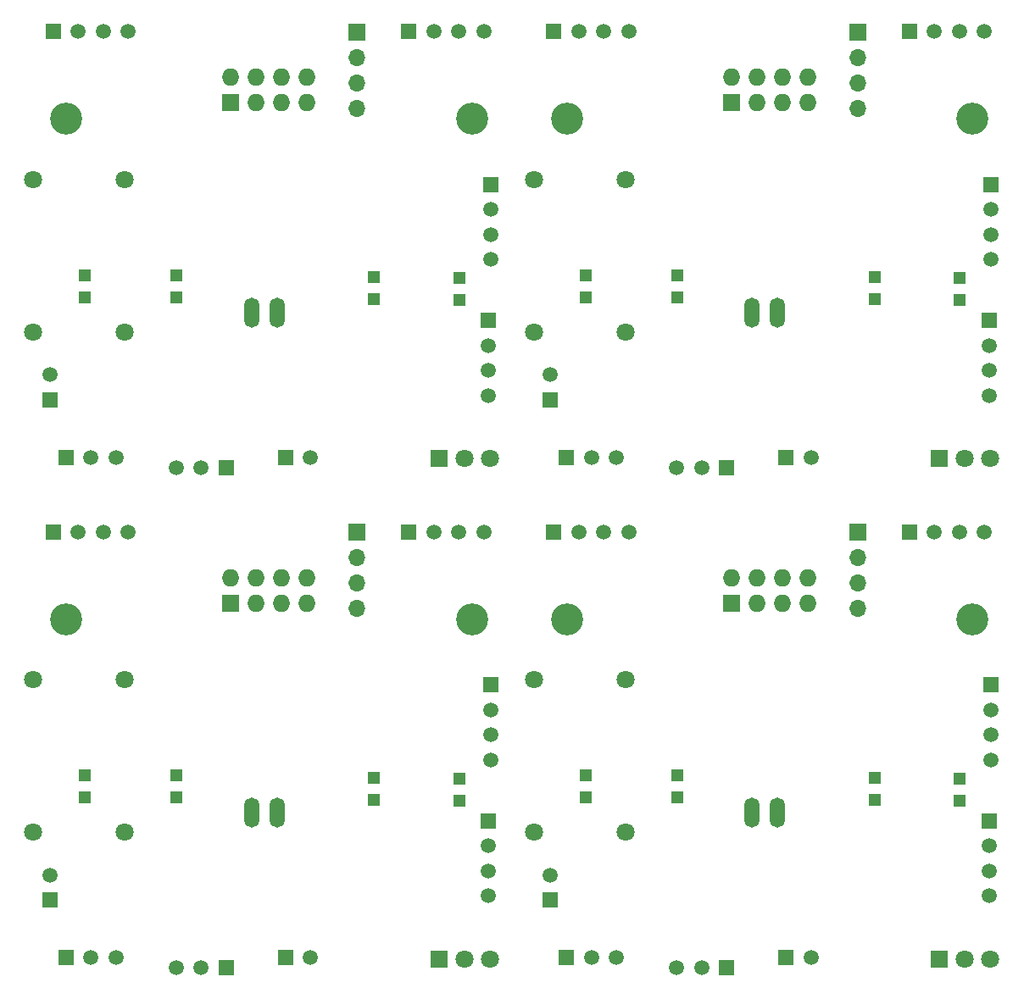
<source format=gbs>
G04 #@! TF.FileFunction,Soldermask,Bot*
%FSLAX46Y46*%
G04 Gerber Fmt 4.6, Leading zero omitted, Abs format (unit mm)*
G04 Created by KiCad (PCBNEW 4.0.2-stable) date 12/4/2017 3:47:35 PM*
%MOMM*%
G01*
G04 APERTURE LIST*
%ADD10C,0.100000*%
%ADD11O,1.500000X3.000000*%
%ADD12R,1.200000X1.200000*%
%ADD13C,1.800000*%
%ADD14R,1.800000X1.800000*%
%ADD15R,1.500000X1.500000*%
%ADD16C,1.500000*%
%ADD17C,3.200000*%
%ADD18R,1.700000X1.700000*%
%ADD19O,1.700000X1.700000*%
%ADD20R,1.727200X1.727200*%
%ADD21O,1.727200X1.727200*%
G04 APERTURE END LIST*
D10*
D11*
X95763000Y-131433000D03*
X93223000Y-131433000D03*
D12*
X76586000Y-127685500D03*
X76586000Y-129885500D03*
X113987500Y-127980500D03*
X113987500Y-130180500D03*
X105478500Y-127917000D03*
X105478500Y-130117000D03*
X85730000Y-127706000D03*
X85730000Y-129906000D03*
X163987500Y-127980500D03*
X163987500Y-130180500D03*
X135730000Y-127706000D03*
X135730000Y-129906000D03*
X126586000Y-127685500D03*
X126586000Y-129885500D03*
X155478500Y-127917000D03*
X155478500Y-130117000D03*
D13*
X164495500Y-146014500D03*
D14*
X161955500Y-146014500D03*
D13*
X167035500Y-146014500D03*
X114495500Y-146014500D03*
D14*
X111955500Y-146014500D03*
D13*
X117035500Y-146014500D03*
D11*
X145763000Y-131433000D03*
X143223000Y-131433000D03*
D15*
X167099000Y-118646000D03*
D16*
X167099000Y-121146000D03*
X167099000Y-123646000D03*
X167099000Y-126146000D03*
D15*
X123411000Y-103342500D03*
D16*
X125911000Y-103342500D03*
X128411000Y-103342500D03*
X130911000Y-103342500D03*
D17*
X124750000Y-112100000D03*
D15*
X124697500Y-145887500D03*
D16*
X127197500Y-145887500D03*
X129697500Y-145887500D03*
D15*
X146628500Y-145887500D03*
D16*
X149128500Y-145887500D03*
D15*
X123093500Y-140132500D03*
D16*
X123093500Y-137632500D03*
D15*
X140683000Y-146903500D03*
D16*
X138183000Y-146903500D03*
X135683000Y-146903500D03*
D15*
X166908500Y-132235000D03*
D16*
X166908500Y-134735000D03*
X166908500Y-137235000D03*
X166908500Y-139735000D03*
D18*
X153764000Y-103406000D03*
D19*
X153764000Y-105946000D03*
X153764000Y-108486000D03*
X153764000Y-111026000D03*
D20*
X141159000Y-110454500D03*
D21*
X141159000Y-107914500D03*
X143699000Y-110454500D03*
X143699000Y-107914500D03*
X146239000Y-110454500D03*
X146239000Y-107914500D03*
X148779000Y-110454500D03*
X148779000Y-107914500D03*
D15*
X158924000Y-103342500D03*
D16*
X161424000Y-103342500D03*
X163924000Y-103342500D03*
X166424000Y-103342500D03*
D17*
X165250000Y-112100000D03*
D15*
X96628500Y-145887500D03*
D16*
X99128500Y-145887500D03*
D15*
X73093500Y-140132500D03*
D16*
X73093500Y-137632500D03*
D15*
X90683000Y-146903500D03*
D16*
X88183000Y-146903500D03*
X85683000Y-146903500D03*
D15*
X74697500Y-145887500D03*
D16*
X77197500Y-145887500D03*
X79697500Y-145887500D03*
D20*
X91159000Y-110454500D03*
D21*
X91159000Y-107914500D03*
X93699000Y-110454500D03*
X93699000Y-107914500D03*
X96239000Y-110454500D03*
X96239000Y-107914500D03*
X98779000Y-110454500D03*
X98779000Y-107914500D03*
D15*
X73411000Y-103342500D03*
D16*
X75911000Y-103342500D03*
X78411000Y-103342500D03*
X80911000Y-103342500D03*
D17*
X74750000Y-112100000D03*
D13*
X80586500Y-133378000D03*
X71442500Y-133378000D03*
X71442500Y-118138000D03*
X80586500Y-118138000D03*
X130586500Y-133378000D03*
X121442500Y-133378000D03*
X121442500Y-118138000D03*
X130586500Y-118138000D03*
D15*
X116908500Y-132235000D03*
D16*
X116908500Y-134735000D03*
X116908500Y-137235000D03*
X116908500Y-139735000D03*
D15*
X117099000Y-118646000D03*
D16*
X117099000Y-121146000D03*
X117099000Y-123646000D03*
X117099000Y-126146000D03*
D18*
X103764000Y-103406000D03*
D19*
X103764000Y-105946000D03*
X103764000Y-108486000D03*
X103764000Y-111026000D03*
D15*
X108924000Y-103342500D03*
D16*
X111424000Y-103342500D03*
X113924000Y-103342500D03*
X116424000Y-103342500D03*
D17*
X115250000Y-112100000D03*
D11*
X145763000Y-81433000D03*
X143223000Y-81433000D03*
D12*
X126586000Y-77685500D03*
X126586000Y-79885500D03*
X135730000Y-77706000D03*
X135730000Y-79906000D03*
X163987500Y-77980500D03*
X163987500Y-80180500D03*
D13*
X164495500Y-96014500D03*
D14*
X161955500Y-96014500D03*
D13*
X167035500Y-96014500D03*
D12*
X155478500Y-77917000D03*
X155478500Y-80117000D03*
D15*
X166908500Y-82235000D03*
D16*
X166908500Y-84735000D03*
X166908500Y-87235000D03*
X166908500Y-89735000D03*
D15*
X146628500Y-95887500D03*
D16*
X149128500Y-95887500D03*
D15*
X167099000Y-68646000D03*
D16*
X167099000Y-71146000D03*
X167099000Y-73646000D03*
X167099000Y-76146000D03*
D18*
X153764000Y-53406000D03*
D19*
X153764000Y-55946000D03*
X153764000Y-58486000D03*
X153764000Y-61026000D03*
D17*
X165250000Y-62100000D03*
D15*
X158924000Y-53342500D03*
D16*
X161424000Y-53342500D03*
X163924000Y-53342500D03*
X166424000Y-53342500D03*
D15*
X124697500Y-95887500D03*
D16*
X127197500Y-95887500D03*
X129697500Y-95887500D03*
D15*
X140683000Y-96903500D03*
D16*
X138183000Y-96903500D03*
X135683000Y-96903500D03*
D15*
X123093500Y-90132500D03*
D16*
X123093500Y-87632500D03*
D13*
X130586500Y-83378000D03*
X121442500Y-83378000D03*
X121442500Y-68138000D03*
X130586500Y-68138000D03*
D17*
X124750000Y-62100000D03*
D15*
X123411000Y-53342500D03*
D16*
X125911000Y-53342500D03*
X128411000Y-53342500D03*
X130911000Y-53342500D03*
D20*
X141159000Y-60454500D03*
D21*
X141159000Y-57914500D03*
X143699000Y-60454500D03*
X143699000Y-57914500D03*
X146239000Y-60454500D03*
X146239000Y-57914500D03*
X148779000Y-60454500D03*
X148779000Y-57914500D03*
D17*
X115250000Y-62100000D03*
X74750000Y-62100000D03*
D12*
X76586000Y-77685500D03*
X76586000Y-79885500D03*
X85730000Y-77706000D03*
X85730000Y-79906000D03*
X105478500Y-77917000D03*
X105478500Y-80117000D03*
X113987500Y-77980500D03*
X113987500Y-80180500D03*
D11*
X95763000Y-81433000D03*
X93223000Y-81433000D03*
D18*
X103764000Y-53406000D03*
D19*
X103764000Y-55946000D03*
X103764000Y-58486000D03*
X103764000Y-61026000D03*
D13*
X114495500Y-96014500D03*
D14*
X111955500Y-96014500D03*
D13*
X117035500Y-96014500D03*
D15*
X117099000Y-68646000D03*
D16*
X117099000Y-71146000D03*
X117099000Y-73646000D03*
X117099000Y-76146000D03*
D15*
X116908500Y-82235000D03*
D16*
X116908500Y-84735000D03*
X116908500Y-87235000D03*
X116908500Y-89735000D03*
D15*
X73411000Y-53342500D03*
D16*
X75911000Y-53342500D03*
X78411000Y-53342500D03*
X80911000Y-53342500D03*
D15*
X108924000Y-53342500D03*
D16*
X111424000Y-53342500D03*
X113924000Y-53342500D03*
X116424000Y-53342500D03*
D15*
X96628500Y-95887500D03*
D16*
X99128500Y-95887500D03*
D15*
X73093500Y-90132500D03*
D16*
X73093500Y-87632500D03*
D15*
X90683000Y-96903500D03*
D16*
X88183000Y-96903500D03*
X85683000Y-96903500D03*
D15*
X74697500Y-95887500D03*
D16*
X77197500Y-95887500D03*
X79697500Y-95887500D03*
D13*
X80586500Y-83378000D03*
X71442500Y-83378000D03*
X71442500Y-68138000D03*
X80586500Y-68138000D03*
D20*
X91159000Y-60454500D03*
D21*
X91159000Y-57914500D03*
X93699000Y-60454500D03*
X93699000Y-57914500D03*
X96239000Y-60454500D03*
X96239000Y-57914500D03*
X98779000Y-60454500D03*
X98779000Y-57914500D03*
M02*

</source>
